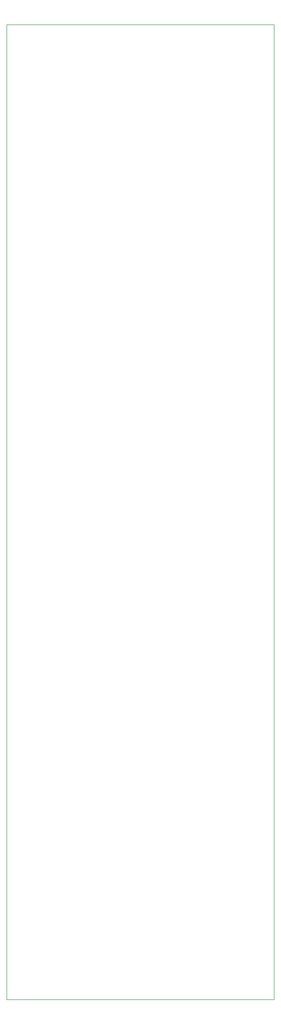
<source format=gm1>
%TF.GenerationSoftware,KiCad,Pcbnew,9.0.0*%
%TF.CreationDate,2025-03-16T11:49:47+01:00*%
%TF.ProjectId,DMH_Transistor_VCA_PCB,444d485f-5472-4616-9e73-6973746f725f,1*%
%TF.SameCoordinates,Original*%
%TF.FileFunction,Profile,NP*%
%FSLAX46Y46*%
G04 Gerber Fmt 4.6, Leading zero omitted, Abs format (unit mm)*
G04 Created by KiCad (PCBNEW 9.0.0) date 2025-03-16 11:49:47*
%MOMM*%
%LPD*%
G01*
G04 APERTURE LIST*
%TA.AperFunction,Profile*%
%ADD10C,0.050000*%
%TD*%
G04 APERTURE END LIST*
D10*
X51000000Y-42500000D02*
X99000000Y-42500000D01*
X99000000Y-217500000D01*
X51000000Y-217500000D01*
X51000000Y-42500000D01*
M02*

</source>
